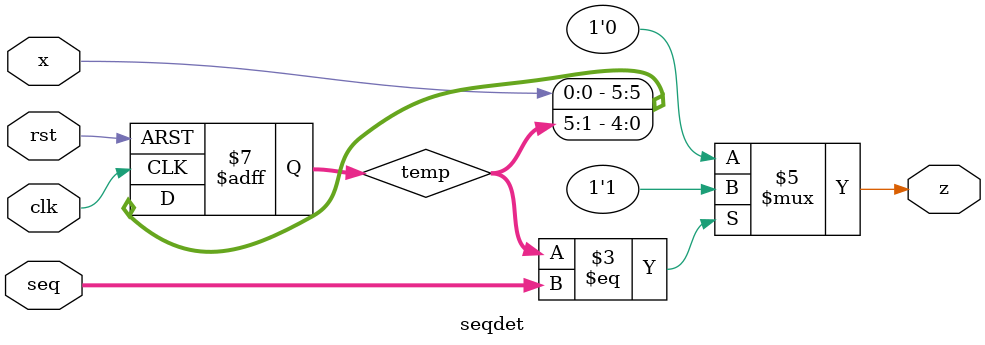
<source format=v>
module seqdet
(
   input wire x,
   input wire clk,
   input wire [5:0] seq,
   input wire rst,
   output reg z
);
 
  reg [5:0] temp;
  //reg [5:0] out=6'b101010;
 
  always @ (posedge clk,posedge rst)
   if(rst)
      temp <= 6'd0;
   else
      temp <= {x,temp[5:1]};
  
  always @(temp)
    if(temp==seq)
      z=1'b1;
    else
      z=1'b0;

    
  
  
endmodule 


</source>
